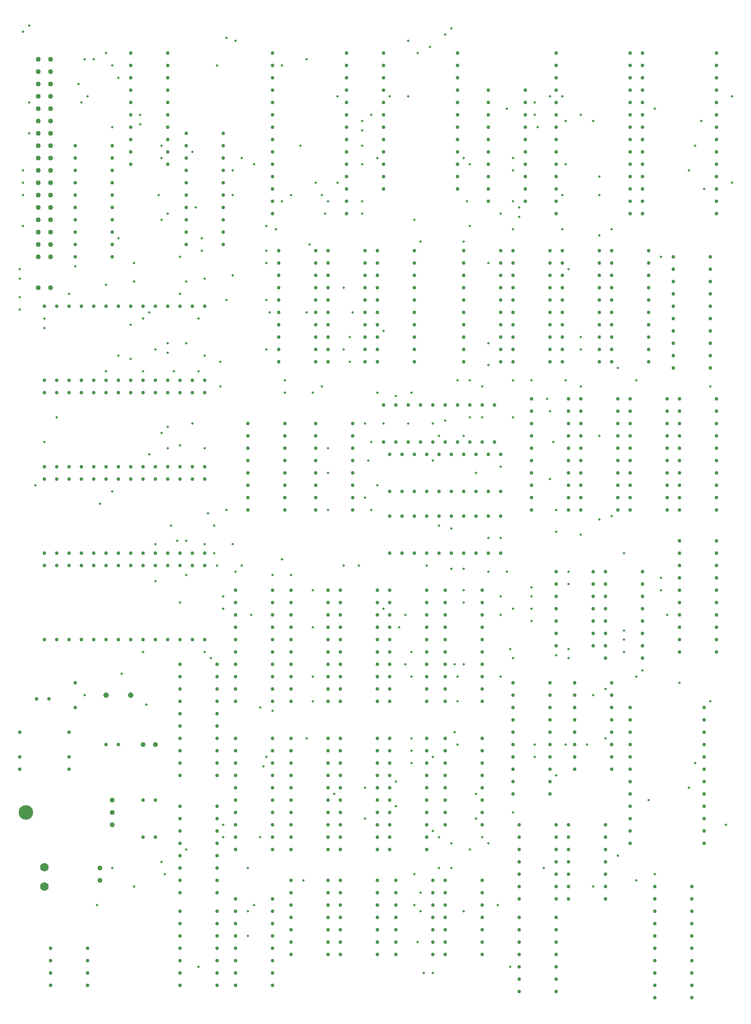
<source format=gbr>
G04 PROTEUS GERBER X2 FILE*
%TF.GenerationSoftware,Labcenter,Proteus,8.6-SP1-Build23413*%
%TF.CreationDate,2017-02-04T10:42:02+00:00*%
%TF.FileFunction,Plated,1,4,PTH*%
%TF.FilePolarity,Positive*%
%TF.Part,Single*%
%FSLAX45Y45*%
%MOMM*%
G01*
%TA.AperFunction,ViaDrill*%
%ADD49C,0.508000*%
%TA.AperFunction,ComponentDrill*%
%ADD50C,1.778000*%
%ADD51C,1.016000*%
%TA.AperFunction,MechanicalDrill*%
%ADD52C,3.000000*%
%TA.AperFunction,ComponentDrill*%
%ADD53C,0.762000*%
%ADD54C,1.143000*%
%TD.AperFunction*%
D49*
X+8128000Y-5969000D03*
X+4699000Y-5842000D03*
X+11684000Y-5461000D03*
X+9525000Y+1714500D03*
X+2667000Y+1587500D03*
X+4254500Y+7112000D03*
X+8890000Y+4953000D03*
X+4000500Y+4826000D03*
X+2984500Y+1968500D03*
X+3556000Y+5143500D03*
X+3302000Y+5715000D03*
X+9525000Y+5715000D03*
X+3048000Y+5143500D03*
X+9017000Y+7810500D03*
X+9144000Y+4191000D03*
X+8636000Y+4127500D03*
X+2540000Y+6350000D03*
X+2794000Y-4953000D03*
X+10668000Y-5080000D03*
X+3302000Y-4699000D03*
X+3556000Y-7112000D03*
X+3175000Y+381000D03*
X+4318000Y+1016000D03*
X+13081000Y+635000D03*
X+2667000Y+825500D03*
X+9398000Y+4826000D03*
X+2413000Y+5143500D03*
X+2921000Y+3556000D03*
X+8509000Y+3810000D03*
X+9398000Y+4191000D03*
X+3429000Y+4064000D03*
X+7239000Y+9525000D03*
X+7366000Y+5969000D03*
X+3683000Y+5461000D03*
X+10414000Y+4953000D03*
X+4000500Y+5334000D03*
X+3619500Y+7874000D03*
X+5143500Y+8064500D03*
X+3175000Y+7493000D03*
X+7239000Y+4699000D03*
X+7112000Y+10414000D03*
X+2921000Y+4000500D03*
X+3683000Y+3556000D03*
X+6223000Y+3556000D03*
X+7366000Y+4064000D03*
X+7874000Y+4064000D03*
X+3302000Y+1651000D03*
X+3683000Y+1587500D03*
X+4254500Y+1587500D03*
X+3111500Y+1651000D03*
X+3746500Y+2222500D03*
X+3873500Y+1968500D03*
X+4127500Y+2286000D03*
X+2667000Y+5588000D03*
X+10414000Y+0D03*
X+10033000Y-3937000D03*
X+5270500Y+11430000D03*
X+10033000Y+8064500D03*
X+8001000Y+8255000D03*
X+6223000Y+8636000D03*
X+10033000Y+4953000D03*
X+5334000Y+4953000D03*
X+5270500Y+8636000D03*
X+9779000Y+8382000D03*
X+6921500Y+8382000D03*
X+10160000Y+8318500D03*
X+10414000Y+508000D03*
X+10731500Y+4572000D03*
X+9144000Y+4953000D03*
X+9144000Y+8128000D03*
X+5969000Y+9017000D03*
X+10160000Y+8509000D03*
X+9080500Y+8636000D03*
X+6921500Y+8636000D03*
X+11112500Y+10287000D03*
X+6921500Y+9398000D03*
X+10033000Y+254000D03*
X+9715500Y-5842000D03*
X+10414000Y+254000D03*
X+7683500Y-127000D03*
X+8064500Y-6604000D03*
X+8382000Y-7239000D03*
X+8191500Y-7239000D03*
X+9017000Y-5969000D03*
X+8509000Y-5080000D03*
X+8509000Y-4445000D03*
X+9398000Y-4445000D03*
X+11176000Y-571500D03*
X+4064000Y-4445000D03*
X+12192000Y-4826000D03*
X+11684000Y-1524000D03*
X+4064000Y-4191000D03*
X+5080000Y+952500D03*
X+13081000Y+889000D03*
X+7937500Y-1143000D03*
X+7937500Y-635000D03*
X+8763000Y+1079500D03*
X+4445000Y+1143000D03*
X+4889500Y-2984500D03*
X+8382000Y-2794000D03*
X+5905500Y+4699000D03*
X+5334000Y+4699000D03*
X+6096000Y+4826000D03*
X+5905500Y+635000D03*
X+6667500Y+5334000D03*
X+9017000Y+381000D03*
X+9017000Y-889000D03*
X+6159500Y+8382000D03*
X+5905500Y-127000D03*
X+6413500Y+9017000D03*
X+6540500Y+5588000D03*
X+6540500Y+1143000D03*
X+6540500Y+6858000D03*
X+4064000Y+508000D03*
X+12319000Y-190500D03*
X+12065000Y+2159000D03*
X+9779000Y+3175000D03*
X+6223000Y+3048000D03*
X+2222500Y+7366000D03*
X+6350000Y-3556000D03*
X+4953000Y-2794000D03*
X+8890000Y-2540000D03*
X+4953000Y+5588000D03*
X+2921000Y+5715000D03*
X+9969500Y-571500D03*
X+9906000Y+1016000D03*
X+11176000Y+1016000D03*
X+4953000Y+8128000D03*
X+5905500Y-1651000D03*
X+5905500Y-1143000D03*
X+2222500Y+6985000D03*
X+3302000Y+6985000D03*
X+3492500Y+8509000D03*
X+4953000Y+7366000D03*
X+5016500Y+6350000D03*
X+5778500Y+6350000D03*
X+5778500Y-2413000D03*
X+8826500Y-2286000D03*
X+11938000Y-2413000D03*
X+4699000Y+9398000D03*
X+2794000Y+9525000D03*
X+11112500Y-2540000D03*
X+4826000Y-1778000D03*
X+4064000Y+254000D03*
X+5651500Y+9779000D03*
X+3810000Y-762000D03*
X+4953000Y+6604000D03*
X+14097000Y-1651000D03*
X+5270500Y+1270000D03*
X+7048500Y+3302000D03*
X+8382000Y+4064000D03*
X+12065000Y+8064500D03*
X+11049000Y+8064500D03*
X+9906000Y+10541000D03*
X+12954000Y+10541000D03*
X+13081000Y+7493000D03*
X+10033000Y+8636000D03*
X+12192000Y+5207000D03*
X+11430000Y+5588000D03*
X+11176000Y+7239000D03*
X+11684000Y+10287000D03*
X+13906500Y+10287000D03*
X+11811000Y+9144000D03*
X+13779500Y+9779000D03*
X+13779500Y-2921000D03*
X+7620000Y-3302000D03*
X+9144000Y+9398000D03*
X+10541000Y+10160000D03*
X+11430000Y+5842000D03*
X+11430000Y+10414000D03*
X+10033000Y+9525000D03*
X+10033000Y+9271000D03*
X+10033000Y+4191000D03*
X+6096000Y+8763000D03*
X+11049000Y+8763000D03*
X+12827000Y-3683000D03*
X+6985000Y-3429000D03*
X+6985000Y-4064000D03*
X+7620000Y-3810000D03*
X+10922000Y-3175000D03*
X+10795000Y+4318000D03*
X+5715000Y-5334000D03*
X+2857500Y-5207000D03*
X+4254500Y+9271000D03*
X+2794000Y+3873500D03*
X+3683000Y-635000D03*
X+2413000Y-635000D03*
X+2540000Y+3429000D03*
X+2794000Y+9779000D03*
X+3556000Y+6223000D03*
X+2159000Y+5397500D03*
X+2222500Y-5461000D03*
X+4572000Y-5080000D03*
X+1778000Y-5080000D03*
X+1905000Y+5461000D03*
X+1460500Y-5842000D03*
X+1968500Y-1079500D03*
X+1270000Y+10795000D03*
X+6858000Y+1143000D03*
X+7937500Y-2667000D03*
X+4572000Y-6477000D03*
X+4572000Y-5969000D03*
X+635000Y+4191000D03*
X+7937500Y-2413000D03*
X+8763000Y-4572000D03*
X+8763000Y-5080000D03*
X+8001000Y-5207000D03*
X+8001000Y-5842000D03*
X+7937500Y-2921000D03*
X+9779000Y+127000D03*
X+9779000Y+508000D03*
X+10795000Y+2921000D03*
X+1206500Y+11557000D03*
X+9017000Y+635000D03*
X+10414000Y+698500D03*
X+4635500Y+127000D03*
X+10858500Y+3683000D03*
X+12954000Y-5207000D03*
X+8382000Y+3302000D03*
X+12573000Y-1143000D03*
X+12319000Y+1397000D03*
X+13208000Y+127000D03*
X+11811000Y+3810000D03*
X+5842000Y+7747000D03*
X+11811000Y+8763000D03*
X+8128000Y+7810500D03*
X+7366000Y+254000D03*
X+7112000Y+3683000D03*
X+12573000Y+4953000D03*
X+190500Y+2794000D03*
X+4318000Y+11938000D03*
X+63500Y+12255500D03*
X-63500Y+9017000D03*
X+3683000Y+7048500D03*
X-63500Y+8128000D03*
X-63500Y+8763000D03*
X+381000Y+6223000D03*
X+4127500Y+6604000D03*
X+2413000Y+6223000D03*
X-127000Y+6413500D03*
X-127000Y+6667500D03*
X+3175000Y+6731000D03*
X-127000Y+7239000D03*
X-127000Y+7048500D03*
X+2349500Y+10414000D03*
X+63500Y+10668000D03*
X+63500Y+10033000D03*
X+1016000Y+7302500D03*
X+4127500Y+12001500D03*
X-63500Y+12128500D03*
X-63500Y+9271000D03*
X+3429000Y+9652000D03*
X+14097000Y+4826000D03*
X+1651000Y+11684000D03*
X+8763000Y+12192000D03*
X+8636000Y+12065000D03*
X+8318500Y+11811000D03*
X+8064500Y+11684000D03*
X+7874000Y+10795000D03*
X+6921500Y+10287000D03*
X+6921500Y+9779000D03*
X+2921000Y+8382000D03*
X+2794000Y+8255000D03*
X+2476500Y-1714500D03*
X+2730500Y+8763000D03*
X+2921000Y+5524500D03*
X+11112500Y+9398000D03*
X+11557000Y-2540000D03*
X+1905000Y+7874000D03*
X+1651000Y+6921500D03*
X+10033000Y-762000D03*
X+11176000Y-762000D03*
X+9969500Y-7112000D03*
X+10795000Y+10795000D03*
X+9525000Y+7366000D03*
X+10922000Y-698500D03*
X+9271000Y-3556000D03*
X+4445000Y+9525000D03*
X+9017000Y+9525000D03*
X+11811000Y+2095500D03*
X+8509000Y+1968500D03*
X+8382000Y-4318000D03*
X+14414500Y-4191000D03*
X+11430000Y+1778000D03*
X+9779000Y+1714500D03*
X+4826000Y-4445000D03*
X+9525000Y-4572000D03*
X+1079500Y+11049000D03*
X+1905000Y+11176000D03*
X+1143000Y+10668000D03*
X+6413500Y+10795000D03*
X+1778000Y+10160000D03*
X+1524000Y+2413000D03*
X+6731000Y+6350000D03*
X+2159000Y+6096000D03*
X+2349500Y+10223500D03*
X+1778000Y+2667000D03*
X+1397000Y+11557000D03*
X+3937000Y+11430000D03*
X+8128000Y-5588000D03*
X+9144000Y-4699000D03*
X+13652500Y-3429000D03*
X+11176000Y+762000D03*
X+10922000Y+1841500D03*
X+8763000Y+1905000D03*
X+7874000Y+11938000D03*
X+7620000Y+4635500D03*
X+8255000Y+1143000D03*
X+8890000Y-1651000D03*
X+8826500Y-889000D03*
X+7937500Y+4699000D03*
X+11938000Y-1397000D03*
X+10922000Y+2286000D03*
X+10477500Y+10414000D03*
X+10477500Y+10668000D03*
X+7493000Y+10795000D03*
X+8890000Y-1143000D03*
X+12700000Y-1016000D03*
X+13652500Y+9271000D03*
X+6921500Y+10096500D03*
X+12319000Y-381000D03*
X+14541500Y+9017000D03*
X+9017000Y+1079500D03*
X+7810500Y-889000D03*
X+3302000Y+952500D03*
X+381000Y+3683000D03*
X+3175000Y+3619500D03*
X+889000Y+6731000D03*
X+10477500Y-2794000D03*
X+10477500Y-2540000D03*
X+9525000Y+1016000D03*
X+5461000Y+8763000D03*
X+5461000Y+952500D03*
X+12319000Y-635000D03*
X+5080000Y-1841500D03*
X+9017000Y+3810000D03*
X+6667500Y+5842000D03*
X+3619500Y+7620000D03*
X+4953000Y+7620000D03*
X+11811000Y+7937500D03*
X+11430000Y+4826000D03*
X+11112500Y+4953000D03*
X+1651000Y+5143500D03*
X+4254500Y+8763000D03*
X+3873500Y+1397000D03*
X+3937000Y+1143000D03*
X+5778500Y+11557000D03*
X+1778000Y+11430000D03*
X+6223000Y+2286000D03*
X+7810500Y+127000D03*
X+6985000Y+2540000D03*
X+7112000Y+2286000D03*
X+9271000Y+3048000D03*
X+7239000Y+2794000D03*
X+381000Y+6032500D03*
X+6985000Y+4064000D03*
X+9525000Y+5270500D03*
X+13462000Y-1270000D03*
X+1206500Y-1524000D03*
X+9271000Y-4064000D03*
X+9779000Y-1143000D03*
X+14541500Y+10795000D03*
X+11049000Y+10795000D03*
X+12573000Y-5334000D03*
X+13970000Y+8890000D03*
D50*
X+381000Y-5461000D03*
X+381000Y-5064760D03*
D51*
X+1524000Y-5334000D03*
X+1524000Y-5080000D03*
X+1778000Y-4191000D03*
X+1778000Y-3937000D03*
X+1778000Y-3683000D03*
D52*
X+0Y-3937000D03*
D53*
X-127000Y-3048000D03*
X+889000Y-3048000D03*
X-127000Y-2794000D03*
X+889000Y-2794000D03*
X-127000Y-2286000D03*
X+889000Y-2286000D03*
X+1651000Y-2540000D03*
X+1905000Y-2540000D03*
D54*
X+1651000Y-1524000D03*
X+2159000Y-1524000D03*
D53*
X+1016000Y-1270000D03*
X+1016000Y-1778000D03*
X+218000Y-1595000D03*
X+472000Y-1595000D03*
X+2667000Y-3683000D03*
X+2667000Y-4445000D03*
X+2413000Y-3683000D03*
X+2413000Y-4445000D03*
D51*
X+2413000Y-2540000D03*
X+2667000Y-2540000D03*
X+254000Y+11557000D03*
X+254000Y+11303000D03*
X+254000Y+11049000D03*
X+254000Y+10795000D03*
X+254000Y+10541000D03*
X+254000Y+10287000D03*
X+254000Y+10033000D03*
X+254000Y+9779000D03*
X+254000Y+9525000D03*
X+254000Y+9271000D03*
X+254000Y+9017000D03*
X+254000Y+8763000D03*
X+254000Y+8509000D03*
X+508000Y+8509000D03*
X+508000Y+8763000D03*
X+508000Y+9017000D03*
X+508000Y+9271000D03*
X+508000Y+9525000D03*
X+508000Y+9779000D03*
X+508000Y+10033000D03*
X+508000Y+10287000D03*
X+508000Y+10541000D03*
X+508000Y+10795000D03*
X+508000Y+11049000D03*
X+508000Y+11303000D03*
X+508000Y+11557000D03*
X+508000Y+8255000D03*
X+508000Y+8001000D03*
X+254000Y+8255000D03*
X+254000Y+8001000D03*
X+508000Y+7747000D03*
X+254000Y+7747000D03*
X+254000Y+7493000D03*
X+508000Y+7493000D03*
D53*
X+381000Y+4953000D03*
X+635000Y+4953000D03*
X+889000Y+4953000D03*
X+1143000Y+4953000D03*
X+1397000Y+4953000D03*
X+1651000Y+4953000D03*
X+1905000Y+4953000D03*
X+2159000Y+4953000D03*
X+2413000Y+4953000D03*
X+2667000Y+4953000D03*
X+2921000Y+4953000D03*
X+3175000Y+4953000D03*
X+3429000Y+4953000D03*
X+3683000Y+4953000D03*
X+3683000Y+6477000D03*
X+3429000Y+6477000D03*
X+3175000Y+6477000D03*
X+2921000Y+6477000D03*
X+2667000Y+6477000D03*
X+2413000Y+6477000D03*
X+2159000Y+6477000D03*
X+1905000Y+6477000D03*
X+1651000Y+6477000D03*
X+1397000Y+6477000D03*
X+1143000Y+6477000D03*
X+889000Y+6477000D03*
X+635000Y+6477000D03*
X+381000Y+6477000D03*
X+381000Y+3175000D03*
X+635000Y+3175000D03*
X+889000Y+3175000D03*
X+1143000Y+3175000D03*
X+1397000Y+3175000D03*
X+1651000Y+3175000D03*
X+1905000Y+3175000D03*
X+2159000Y+3175000D03*
X+2413000Y+3175000D03*
X+2667000Y+3175000D03*
X+2921000Y+3175000D03*
X+3175000Y+3175000D03*
X+3429000Y+3175000D03*
X+3683000Y+3175000D03*
X+3683000Y+4699000D03*
X+3429000Y+4699000D03*
X+3175000Y+4699000D03*
X+2921000Y+4699000D03*
X+2667000Y+4699000D03*
X+2413000Y+4699000D03*
X+2159000Y+4699000D03*
X+1905000Y+4699000D03*
X+1651000Y+4699000D03*
X+1397000Y+4699000D03*
X+1143000Y+4699000D03*
X+889000Y+4699000D03*
X+635000Y+4699000D03*
X+381000Y+4699000D03*
X+381000Y+1397000D03*
X+635000Y+1397000D03*
X+889000Y+1397000D03*
X+1143000Y+1397000D03*
X+1397000Y+1397000D03*
X+1651000Y+1397000D03*
X+1905000Y+1397000D03*
X+2159000Y+1397000D03*
X+2413000Y+1397000D03*
X+2667000Y+1397000D03*
X+2921000Y+1397000D03*
X+3175000Y+1397000D03*
X+3429000Y+1397000D03*
X+3683000Y+1397000D03*
X+3683000Y+2921000D03*
X+3429000Y+2921000D03*
X+3175000Y+2921000D03*
X+2921000Y+2921000D03*
X+2667000Y+2921000D03*
X+2413000Y+2921000D03*
X+2159000Y+2921000D03*
X+1905000Y+2921000D03*
X+1651000Y+2921000D03*
X+1397000Y+2921000D03*
X+1143000Y+2921000D03*
X+889000Y+2921000D03*
X+635000Y+2921000D03*
X+381000Y+2921000D03*
X+381000Y-381000D03*
X+635000Y-381000D03*
X+889000Y-381000D03*
X+1143000Y-381000D03*
X+1397000Y-381000D03*
X+1651000Y-381000D03*
X+1905000Y-381000D03*
X+2159000Y-381000D03*
X+2413000Y-381000D03*
X+2667000Y-381000D03*
X+2921000Y-381000D03*
X+3175000Y-381000D03*
X+3429000Y-381000D03*
X+3683000Y-381000D03*
X+3683000Y+1143000D03*
X+3429000Y+1143000D03*
X+3175000Y+1143000D03*
X+2921000Y+1143000D03*
X+2667000Y+1143000D03*
X+2413000Y+1143000D03*
X+2159000Y+1143000D03*
X+1905000Y+1143000D03*
X+1651000Y+1143000D03*
X+1397000Y+1143000D03*
X+1143000Y+1143000D03*
X+889000Y+1143000D03*
X+635000Y+1143000D03*
X+381000Y+1143000D03*
X+5080000Y+11684000D03*
X+5080000Y+11430000D03*
X+5080000Y+11176000D03*
X+5080000Y+10922000D03*
X+5080000Y+10668000D03*
X+5080000Y+10414000D03*
X+5080000Y+10160000D03*
X+5080000Y+9906000D03*
X+5080000Y+9652000D03*
X+5080000Y+9398000D03*
X+5080000Y+9144000D03*
X+5080000Y+8890000D03*
X+5080000Y+8636000D03*
X+5080000Y+8382000D03*
X+6604000Y+8382000D03*
X+6604000Y+8636000D03*
X+6604000Y+8890000D03*
X+6604000Y+9144000D03*
X+6604000Y+9398000D03*
X+6604000Y+9652000D03*
X+6604000Y+9906000D03*
X+6604000Y+10160000D03*
X+6604000Y+10414000D03*
X+6604000Y+10668000D03*
X+6604000Y+10922000D03*
X+6604000Y+11176000D03*
X+6604000Y+11430000D03*
X+6604000Y+11684000D03*
X+7366000Y+11684000D03*
X+7366000Y+11430000D03*
X+7366000Y+11176000D03*
X+7366000Y+10922000D03*
X+7366000Y+10668000D03*
X+7366000Y+10414000D03*
X+7366000Y+10160000D03*
X+7366000Y+9906000D03*
X+7366000Y+9652000D03*
X+7366000Y+9398000D03*
X+7366000Y+9144000D03*
X+7366000Y+8890000D03*
X+8890000Y+8890000D03*
X+8890000Y+9144000D03*
X+8890000Y+9398000D03*
X+8890000Y+9652000D03*
X+8890000Y+9906000D03*
X+8890000Y+10160000D03*
X+8890000Y+10414000D03*
X+8890000Y+10668000D03*
X+8890000Y+10922000D03*
X+8890000Y+11176000D03*
X+8890000Y+11430000D03*
X+8890000Y+11684000D03*
X+12446000Y+8382000D03*
X+12446000Y+8636000D03*
X+12446000Y+8890000D03*
X+12446000Y+9144000D03*
X+12446000Y+9398000D03*
X+12446000Y+9652000D03*
X+12446000Y+9906000D03*
X+12446000Y+10160000D03*
X+12446000Y+10414000D03*
X+12446000Y+10668000D03*
X+12446000Y+10922000D03*
X+12446000Y+11176000D03*
X+12446000Y+11430000D03*
X+12446000Y+11684000D03*
X+10922000Y+11684000D03*
X+10922000Y+11430000D03*
X+10922000Y+11176000D03*
X+10922000Y+10922000D03*
X+10922000Y+10668000D03*
X+10922000Y+10414000D03*
X+10922000Y+10160000D03*
X+10922000Y+9906000D03*
X+10922000Y+9652000D03*
X+10922000Y+9398000D03*
X+10922000Y+9144000D03*
X+10922000Y+8890000D03*
X+10922000Y+8636000D03*
X+10922000Y+8382000D03*
X+12700000Y+11684000D03*
X+12700000Y+11430000D03*
X+12700000Y+11176000D03*
X+12700000Y+10922000D03*
X+12700000Y+10668000D03*
X+12700000Y+10414000D03*
X+12700000Y+10160000D03*
X+12700000Y+9906000D03*
X+12700000Y+9652000D03*
X+12700000Y+9398000D03*
X+12700000Y+9144000D03*
X+12700000Y+8890000D03*
X+12700000Y+8636000D03*
X+12700000Y+8382000D03*
X+14224000Y+8382000D03*
X+14224000Y+8636000D03*
X+14224000Y+8890000D03*
X+14224000Y+9144000D03*
X+14224000Y+9398000D03*
X+14224000Y+9652000D03*
X+14224000Y+9906000D03*
X+14224000Y+10160000D03*
X+14224000Y+10414000D03*
X+14224000Y+10668000D03*
X+14224000Y+10922000D03*
X+14224000Y+11176000D03*
X+14224000Y+11430000D03*
X+14224000Y+11684000D03*
X+1016000Y+9779000D03*
X+1016000Y+9525000D03*
X+1016000Y+9271000D03*
X+1016000Y+9017000D03*
X+1016000Y+8763000D03*
X+1016000Y+8509000D03*
X+1016000Y+8255000D03*
X+1016000Y+8001000D03*
X+1016000Y+7747000D03*
X+1016000Y+7493000D03*
X+1778000Y+7493000D03*
X+1778000Y+7747000D03*
X+1778000Y+8001000D03*
X+1778000Y+8255000D03*
X+1778000Y+8509000D03*
X+1778000Y+8763000D03*
X+1778000Y+9017000D03*
X+1778000Y+9271000D03*
X+1778000Y+9525000D03*
X+1778000Y+9779000D03*
X+2159000Y+11684000D03*
X+2159000Y+11430000D03*
X+2159000Y+11176000D03*
X+2159000Y+10922000D03*
X+2159000Y+10668000D03*
X+2159000Y+10414000D03*
X+2159000Y+10160000D03*
X+2159000Y+9906000D03*
X+2159000Y+9652000D03*
X+2159000Y+9398000D03*
X+2921000Y+9398000D03*
X+2921000Y+9652000D03*
X+2921000Y+9906000D03*
X+2921000Y+10160000D03*
X+2921000Y+10414000D03*
X+2921000Y+10668000D03*
X+2921000Y+10922000D03*
X+2921000Y+11176000D03*
X+2921000Y+11430000D03*
X+2921000Y+11684000D03*
X+3937000Y-3175000D03*
X+3937000Y-2921000D03*
X+3937000Y-2667000D03*
X+3937000Y-2413000D03*
X+3937000Y-2159000D03*
X+3937000Y-1905000D03*
X+3937000Y-1651000D03*
X+3937000Y-1397000D03*
X+3937000Y-1143000D03*
X+3937000Y-889000D03*
X+3175000Y-889000D03*
X+3175000Y-1143000D03*
X+3175000Y-1397000D03*
X+3175000Y-1651000D03*
X+3175000Y-1905000D03*
X+3175000Y-2159000D03*
X+3175000Y-2413000D03*
X+3175000Y-2667000D03*
X+3175000Y-2921000D03*
X+3175000Y-3175000D03*
X+3302000Y+10033000D03*
X+3302000Y+9779000D03*
X+3302000Y+9525000D03*
X+3302000Y+9271000D03*
X+3302000Y+9017000D03*
X+3302000Y+8763000D03*
X+3302000Y+8509000D03*
X+3302000Y+8255000D03*
X+3302000Y+8001000D03*
X+3302000Y+7747000D03*
X+4064000Y+7747000D03*
X+4064000Y+8001000D03*
X+4064000Y+8255000D03*
X+4064000Y+8509000D03*
X+4064000Y+8763000D03*
X+4064000Y+9017000D03*
X+4064000Y+9271000D03*
X+4064000Y+9525000D03*
X+4064000Y+9779000D03*
X+4064000Y+10033000D03*
X+5207000Y+7620000D03*
X+5207000Y+7366000D03*
X+5207000Y+7112000D03*
X+5207000Y+6858000D03*
X+5207000Y+6604000D03*
X+5207000Y+6350000D03*
X+5207000Y+6096000D03*
X+5207000Y+5842000D03*
X+5207000Y+5588000D03*
X+5207000Y+5334000D03*
X+5969000Y+5334000D03*
X+5969000Y+5588000D03*
X+5969000Y+5842000D03*
X+5969000Y+6096000D03*
X+5969000Y+6350000D03*
X+5969000Y+6604000D03*
X+5969000Y+6858000D03*
X+5969000Y+7112000D03*
X+5969000Y+7366000D03*
X+5969000Y+7620000D03*
X+6223000Y+7620000D03*
X+6223000Y+7366000D03*
X+6223000Y+7112000D03*
X+6223000Y+6858000D03*
X+6223000Y+6604000D03*
X+6223000Y+6350000D03*
X+6223000Y+6096000D03*
X+6223000Y+5842000D03*
X+6223000Y+5588000D03*
X+6223000Y+5334000D03*
X+6985000Y+5334000D03*
X+6985000Y+5588000D03*
X+6985000Y+5842000D03*
X+6985000Y+6096000D03*
X+6985000Y+6350000D03*
X+6985000Y+6604000D03*
X+6985000Y+6858000D03*
X+6985000Y+7112000D03*
X+6985000Y+7366000D03*
X+6985000Y+7620000D03*
X+7239000Y+7620000D03*
X+7239000Y+7366000D03*
X+7239000Y+7112000D03*
X+7239000Y+6858000D03*
X+7239000Y+6604000D03*
X+7239000Y+6350000D03*
X+7239000Y+6096000D03*
X+7239000Y+5842000D03*
X+7239000Y+5588000D03*
X+7239000Y+5334000D03*
X+8001000Y+5334000D03*
X+8001000Y+5588000D03*
X+8001000Y+5842000D03*
X+8001000Y+6096000D03*
X+8001000Y+6350000D03*
X+8001000Y+6604000D03*
X+8001000Y+6858000D03*
X+8001000Y+7112000D03*
X+8001000Y+7366000D03*
X+8001000Y+7620000D03*
X+9652000Y+4445000D03*
X+9398000Y+4445000D03*
X+9144000Y+4445000D03*
X+8890000Y+4445000D03*
X+8636000Y+4445000D03*
X+8382000Y+4445000D03*
X+8128000Y+4445000D03*
X+7874000Y+4445000D03*
X+7620000Y+4445000D03*
X+7366000Y+4445000D03*
X+7366000Y+3683000D03*
X+7620000Y+3683000D03*
X+7874000Y+3683000D03*
X+8128000Y+3683000D03*
X+8382000Y+3683000D03*
X+8636000Y+3683000D03*
X+8890000Y+3683000D03*
X+9144000Y+3683000D03*
X+9398000Y+3683000D03*
X+9652000Y+3683000D03*
X+4318000Y+635000D03*
X+4318000Y+381000D03*
X+4318000Y+127000D03*
X+4318000Y-127000D03*
X+4318000Y-381000D03*
X+4318000Y-635000D03*
X+4318000Y-889000D03*
X+4318000Y-1143000D03*
X+4318000Y-1397000D03*
X+4318000Y-1651000D03*
X+5080000Y-1651000D03*
X+5080000Y-1397000D03*
X+5080000Y-1143000D03*
X+5080000Y-889000D03*
X+5080000Y-635000D03*
X+5080000Y-381000D03*
X+5080000Y-127000D03*
X+5080000Y+127000D03*
X+5080000Y+381000D03*
X+5080000Y+635000D03*
X+5461000Y+635000D03*
X+5461000Y+381000D03*
X+5461000Y+127000D03*
X+5461000Y-127000D03*
X+5461000Y-381000D03*
X+5461000Y-635000D03*
X+5461000Y-889000D03*
X+5461000Y-1143000D03*
X+5461000Y-1397000D03*
X+5461000Y-1651000D03*
X+6223000Y-1651000D03*
X+6223000Y-1397000D03*
X+6223000Y-1143000D03*
X+6223000Y-889000D03*
X+6223000Y-635000D03*
X+6223000Y-381000D03*
X+6223000Y-127000D03*
X+6223000Y+127000D03*
X+6223000Y+381000D03*
X+6223000Y+635000D03*
X+6477000Y+635000D03*
X+6477000Y+381000D03*
X+6477000Y+127000D03*
X+6477000Y-127000D03*
X+6477000Y-381000D03*
X+6477000Y-635000D03*
X+6477000Y-889000D03*
X+6477000Y-1143000D03*
X+6477000Y-1397000D03*
X+6477000Y-1651000D03*
X+7239000Y-1651000D03*
X+7239000Y-1397000D03*
X+7239000Y-1143000D03*
X+7239000Y-889000D03*
X+7239000Y-635000D03*
X+7239000Y-381000D03*
X+7239000Y-127000D03*
X+7239000Y+127000D03*
X+7239000Y+381000D03*
X+7239000Y+635000D03*
X+7493000Y+2667000D03*
X+7747000Y+2667000D03*
X+8001000Y+2667000D03*
X+8255000Y+2667000D03*
X+8509000Y+2667000D03*
X+8763000Y+2667000D03*
X+9017000Y+2667000D03*
X+9271000Y+2667000D03*
X+9525000Y+2667000D03*
X+9779000Y+2667000D03*
X+9779000Y+3429000D03*
X+9525000Y+3429000D03*
X+9271000Y+3429000D03*
X+9017000Y+3429000D03*
X+8763000Y+3429000D03*
X+8509000Y+3429000D03*
X+8255000Y+3429000D03*
X+8001000Y+3429000D03*
X+7747000Y+3429000D03*
X+7493000Y+3429000D03*
X+7493000Y+1397000D03*
X+7747000Y+1397000D03*
X+8001000Y+1397000D03*
X+8255000Y+1397000D03*
X+8509000Y+1397000D03*
X+8763000Y+1397000D03*
X+9017000Y+1397000D03*
X+9271000Y+1397000D03*
X+9525000Y+1397000D03*
X+9779000Y+1397000D03*
X+9779000Y+2159000D03*
X+9525000Y+2159000D03*
X+9271000Y+2159000D03*
X+9017000Y+2159000D03*
X+8763000Y+2159000D03*
X+8509000Y+2159000D03*
X+8255000Y+2159000D03*
X+8001000Y+2159000D03*
X+7747000Y+2159000D03*
X+7493000Y+2159000D03*
X+9525000Y+10922000D03*
X+9525000Y+10668000D03*
X+9525000Y+10414000D03*
X+9525000Y+10160000D03*
X+9525000Y+9906000D03*
X+9525000Y+9652000D03*
X+9525000Y+9398000D03*
X+9525000Y+9144000D03*
X+9525000Y+8890000D03*
X+9525000Y+8636000D03*
X+10287000Y+8636000D03*
X+10287000Y+8890000D03*
X+10287000Y+9144000D03*
X+10287000Y+9398000D03*
X+10287000Y+9652000D03*
X+10287000Y+9906000D03*
X+10287000Y+10160000D03*
X+10287000Y+10414000D03*
X+10287000Y+10668000D03*
X+10287000Y+10922000D03*
X+9017000Y+7620000D03*
X+9017000Y+7366000D03*
X+9017000Y+7112000D03*
X+9017000Y+6858000D03*
X+9017000Y+6604000D03*
X+9017000Y+6350000D03*
X+9017000Y+6096000D03*
X+9017000Y+5842000D03*
X+9017000Y+5588000D03*
X+9017000Y+5334000D03*
X+9779000Y+5334000D03*
X+9779000Y+5588000D03*
X+9779000Y+5842000D03*
X+9779000Y+6096000D03*
X+9779000Y+6350000D03*
X+9779000Y+6604000D03*
X+9779000Y+6858000D03*
X+9779000Y+7112000D03*
X+9779000Y+7366000D03*
X+9779000Y+7620000D03*
X+10795000Y+5334000D03*
X+10795000Y+5588000D03*
X+10795000Y+5842000D03*
X+10795000Y+6096000D03*
X+10795000Y+6350000D03*
X+10795000Y+6604000D03*
X+10795000Y+6858000D03*
X+10795000Y+7112000D03*
X+10795000Y+7366000D03*
X+10795000Y+7620000D03*
X+10033000Y+7620000D03*
X+10033000Y+7366000D03*
X+10033000Y+7112000D03*
X+10033000Y+6858000D03*
X+10033000Y+6604000D03*
X+10033000Y+6350000D03*
X+10033000Y+6096000D03*
X+10033000Y+5842000D03*
X+10033000Y+5588000D03*
X+10033000Y+5334000D03*
X+11049000Y+7620000D03*
X+11049000Y+7366000D03*
X+11049000Y+7112000D03*
X+11049000Y+6858000D03*
X+11049000Y+6604000D03*
X+11049000Y+6350000D03*
X+11049000Y+6096000D03*
X+11049000Y+5842000D03*
X+11049000Y+5588000D03*
X+11049000Y+5334000D03*
X+11811000Y+5334000D03*
X+11811000Y+5588000D03*
X+11811000Y+5842000D03*
X+11811000Y+6096000D03*
X+11811000Y+6350000D03*
X+11811000Y+6604000D03*
X+11811000Y+6858000D03*
X+11811000Y+7112000D03*
X+11811000Y+7366000D03*
X+11811000Y+7620000D03*
X+12065000Y+7620000D03*
X+12065000Y+7366000D03*
X+12065000Y+7112000D03*
X+12065000Y+6858000D03*
X+12065000Y+6604000D03*
X+12065000Y+6350000D03*
X+12065000Y+6096000D03*
X+12065000Y+5842000D03*
X+12065000Y+5588000D03*
X+12065000Y+5334000D03*
X+12827000Y+5334000D03*
X+12827000Y+5588000D03*
X+12827000Y+5842000D03*
X+12827000Y+6096000D03*
X+12827000Y+6350000D03*
X+12827000Y+6604000D03*
X+12827000Y+6858000D03*
X+12827000Y+7112000D03*
X+12827000Y+7366000D03*
X+12827000Y+7620000D03*
X+7493000Y+635000D03*
X+7493000Y+381000D03*
X+7493000Y+127000D03*
X+7493000Y-127000D03*
X+7493000Y-381000D03*
X+7493000Y-635000D03*
X+7493000Y-889000D03*
X+7493000Y-1143000D03*
X+7493000Y-1397000D03*
X+7493000Y-1651000D03*
X+8255000Y-1651000D03*
X+8255000Y-1397000D03*
X+8255000Y-1143000D03*
X+8255000Y-889000D03*
X+8255000Y-635000D03*
X+8255000Y-381000D03*
X+8255000Y-127000D03*
X+8255000Y+127000D03*
X+8255000Y+381000D03*
X+8255000Y+635000D03*
X+13335000Y+7493000D03*
X+13335000Y+7239000D03*
X+13335000Y+6985000D03*
X+13335000Y+6731000D03*
X+13335000Y+6477000D03*
X+13335000Y+6223000D03*
X+13335000Y+5969000D03*
X+13335000Y+5715000D03*
X+13335000Y+5461000D03*
X+13335000Y+5207000D03*
X+14097000Y+5207000D03*
X+14097000Y+5461000D03*
X+14097000Y+5715000D03*
X+14097000Y+5969000D03*
X+14097000Y+6223000D03*
X+14097000Y+6477000D03*
X+14097000Y+6731000D03*
X+14097000Y+6985000D03*
X+14097000Y+7239000D03*
X+14097000Y+7493000D03*
X+10414000Y+4572000D03*
X+10414000Y+4318000D03*
X+10414000Y+4064000D03*
X+10414000Y+3810000D03*
X+10414000Y+3556000D03*
X+10414000Y+3302000D03*
X+10414000Y+3048000D03*
X+10414000Y+2794000D03*
X+10414000Y+2540000D03*
X+10414000Y+2286000D03*
X+11176000Y+2286000D03*
X+11176000Y+2540000D03*
X+11176000Y+2794000D03*
X+11176000Y+3048000D03*
X+11176000Y+3302000D03*
X+11176000Y+3556000D03*
X+11176000Y+3810000D03*
X+11176000Y+4064000D03*
X+11176000Y+4318000D03*
X+11176000Y+4572000D03*
X+8636000Y+635000D03*
X+8636000Y+381000D03*
X+8636000Y+127000D03*
X+8636000Y-127000D03*
X+8636000Y-381000D03*
X+8636000Y-635000D03*
X+8636000Y-889000D03*
X+8636000Y-1143000D03*
X+8636000Y-1397000D03*
X+8636000Y-1651000D03*
X+9398000Y-1651000D03*
X+9398000Y-1397000D03*
X+9398000Y-1143000D03*
X+9398000Y-889000D03*
X+9398000Y-635000D03*
X+9398000Y-381000D03*
X+9398000Y-127000D03*
X+9398000Y+127000D03*
X+9398000Y+381000D03*
X+9398000Y+635000D03*
X+11430000Y+4572000D03*
X+11430000Y+4318000D03*
X+11430000Y+4064000D03*
X+11430000Y+3810000D03*
X+11430000Y+3556000D03*
X+11430000Y+3302000D03*
X+11430000Y+3048000D03*
X+11430000Y+2794000D03*
X+11430000Y+2540000D03*
X+11430000Y+2286000D03*
X+12192000Y+2286000D03*
X+12192000Y+2540000D03*
X+12192000Y+2794000D03*
X+12192000Y+3048000D03*
X+12192000Y+3302000D03*
X+12192000Y+3556000D03*
X+12192000Y+3810000D03*
X+12192000Y+4064000D03*
X+12192000Y+4318000D03*
X+12192000Y+4572000D03*
X+13208000Y+2286000D03*
X+13208000Y+2540000D03*
X+13208000Y+2794000D03*
X+13208000Y+3048000D03*
X+13208000Y+3302000D03*
X+13208000Y+3556000D03*
X+13208000Y+3810000D03*
X+13208000Y+4064000D03*
X+13208000Y+4318000D03*
X+13208000Y+4572000D03*
X+12446000Y+4572000D03*
X+12446000Y+4318000D03*
X+12446000Y+4064000D03*
X+12446000Y+3810000D03*
X+12446000Y+3556000D03*
X+12446000Y+3302000D03*
X+12446000Y+3048000D03*
X+12446000Y+2794000D03*
X+12446000Y+2540000D03*
X+12446000Y+2286000D03*
X+14224000Y+2286000D03*
X+14224000Y+2540000D03*
X+14224000Y+2794000D03*
X+14224000Y+3048000D03*
X+14224000Y+3302000D03*
X+14224000Y+3556000D03*
X+14224000Y+3810000D03*
X+14224000Y+4064000D03*
X+14224000Y+4318000D03*
X+14224000Y+4572000D03*
X+13462000Y+4572000D03*
X+13462000Y+4318000D03*
X+13462000Y+4064000D03*
X+13462000Y+3810000D03*
X+13462000Y+3556000D03*
X+13462000Y+3302000D03*
X+13462000Y+3048000D03*
X+13462000Y+2794000D03*
X+13462000Y+2540000D03*
X+13462000Y+2286000D03*
X+14224000Y-635000D03*
X+14224000Y-381000D03*
X+14224000Y-127000D03*
X+14224000Y+127000D03*
X+14224000Y+381000D03*
X+14224000Y+635000D03*
X+14224000Y+889000D03*
X+14224000Y+1143000D03*
X+14224000Y+1397000D03*
X+14224000Y+1651000D03*
X+13462000Y+1651000D03*
X+13462000Y+1397000D03*
X+13462000Y+1143000D03*
X+13462000Y+889000D03*
X+13462000Y+635000D03*
X+13462000Y+381000D03*
X+13462000Y+127000D03*
X+13462000Y-127000D03*
X+13462000Y-381000D03*
X+13462000Y-635000D03*
X+5461000Y-2413000D03*
X+5461000Y-2667000D03*
X+5461000Y-2921000D03*
X+5461000Y-3175000D03*
X+5461000Y-3429000D03*
X+5461000Y-3683000D03*
X+5461000Y-3937000D03*
X+5461000Y-4191000D03*
X+5461000Y-4445000D03*
X+5461000Y-4699000D03*
X+6223000Y-4699000D03*
X+6223000Y-4445000D03*
X+6223000Y-4191000D03*
X+6223000Y-3937000D03*
X+6223000Y-3683000D03*
X+6223000Y-3429000D03*
X+6223000Y-3175000D03*
X+6223000Y-2921000D03*
X+6223000Y-2667000D03*
X+6223000Y-2413000D03*
X+4318000Y-2413000D03*
X+4318000Y-2667000D03*
X+4318000Y-2921000D03*
X+4318000Y-3175000D03*
X+4318000Y-3429000D03*
X+4318000Y-3683000D03*
X+4318000Y-3937000D03*
X+4318000Y-4191000D03*
X+4318000Y-4445000D03*
X+4318000Y-4699000D03*
X+5080000Y-4699000D03*
X+5080000Y-4445000D03*
X+5080000Y-4191000D03*
X+5080000Y-3937000D03*
X+5080000Y-3683000D03*
X+5080000Y-3429000D03*
X+5080000Y-3175000D03*
X+5080000Y-2921000D03*
X+5080000Y-2667000D03*
X+5080000Y-2413000D03*
X+6477000Y-2413000D03*
X+6477000Y-2667000D03*
X+6477000Y-2921000D03*
X+6477000Y-3175000D03*
X+6477000Y-3429000D03*
X+6477000Y-3683000D03*
X+6477000Y-3937000D03*
X+6477000Y-4191000D03*
X+6477000Y-4445000D03*
X+6477000Y-4699000D03*
X+7239000Y-4699000D03*
X+7239000Y-4445000D03*
X+7239000Y-4191000D03*
X+7239000Y-3937000D03*
X+7239000Y-3683000D03*
X+7239000Y-3429000D03*
X+7239000Y-3175000D03*
X+7239000Y-2921000D03*
X+7239000Y-2667000D03*
X+7239000Y-2413000D03*
X+7493000Y-2413000D03*
X+7493000Y-2667000D03*
X+7493000Y-2921000D03*
X+7493000Y-3175000D03*
X+7493000Y-3429000D03*
X+7493000Y-3683000D03*
X+7493000Y-3937000D03*
X+7493000Y-4191000D03*
X+7493000Y-4445000D03*
X+7493000Y-4699000D03*
X+8255000Y-4699000D03*
X+8255000Y-4445000D03*
X+8255000Y-4191000D03*
X+8255000Y-3937000D03*
X+8255000Y-3683000D03*
X+8255000Y-3429000D03*
X+8255000Y-3175000D03*
X+8255000Y-2921000D03*
X+8255000Y-2667000D03*
X+8255000Y-2413000D03*
X+10033000Y-1270000D03*
X+10033000Y-1524000D03*
X+10033000Y-1778000D03*
X+10033000Y-2032000D03*
X+10033000Y-2286000D03*
X+10033000Y-2540000D03*
X+10033000Y-2794000D03*
X+10033000Y-3048000D03*
X+10033000Y-3302000D03*
X+10033000Y-3556000D03*
X+10795000Y-3556000D03*
X+10795000Y-3302000D03*
X+10795000Y-3048000D03*
X+10795000Y-2794000D03*
X+10795000Y-2540000D03*
X+10795000Y-2286000D03*
X+10795000Y-2032000D03*
X+10795000Y-1778000D03*
X+10795000Y-1524000D03*
X+10795000Y-1270000D03*
X+8636000Y-2413000D03*
X+8636000Y-2667000D03*
X+8636000Y-2921000D03*
X+8636000Y-3175000D03*
X+8636000Y-3429000D03*
X+8636000Y-3683000D03*
X+8636000Y-3937000D03*
X+8636000Y-4191000D03*
X+9398000Y-4191000D03*
X+9398000Y-3937000D03*
X+9398000Y-3683000D03*
X+9398000Y-3429000D03*
X+9398000Y-3175000D03*
X+9398000Y-2921000D03*
X+9398000Y-2667000D03*
X+9398000Y-2413000D03*
X+11303000Y-1270000D03*
X+11303000Y-1524000D03*
X+11303000Y-1778000D03*
X+11303000Y-2032000D03*
X+11303000Y-2286000D03*
X+11303000Y-2540000D03*
X+11303000Y-2794000D03*
X+11303000Y-3048000D03*
X+12065000Y-3048000D03*
X+12065000Y-2794000D03*
X+12065000Y-2540000D03*
X+12065000Y-2286000D03*
X+12065000Y-2032000D03*
X+12065000Y-1778000D03*
X+12065000Y-1524000D03*
X+12065000Y-1270000D03*
X+3175000Y-3810000D03*
X+3175000Y-4064000D03*
X+3175000Y-4318000D03*
X+3175000Y-4572000D03*
X+3175000Y-4826000D03*
X+3175000Y-5080000D03*
X+3175000Y-5334000D03*
X+3175000Y-5588000D03*
X+3937000Y-5588000D03*
X+3937000Y-5334000D03*
X+3937000Y-5080000D03*
X+3937000Y-4826000D03*
X+3937000Y-4572000D03*
X+3937000Y-4318000D03*
X+3937000Y-4064000D03*
X+3937000Y-3810000D03*
X+11938000Y+1016000D03*
X+11938000Y+762000D03*
X+11938000Y+508000D03*
X+11938000Y+254000D03*
X+11938000Y+0D03*
X+11938000Y-254000D03*
X+11938000Y-508000D03*
X+11938000Y-762000D03*
X+12700000Y-762000D03*
X+12700000Y-508000D03*
X+12700000Y-254000D03*
X+12700000Y+0D03*
X+12700000Y+254000D03*
X+12700000Y+508000D03*
X+12700000Y+762000D03*
X+12700000Y+1016000D03*
X+4572000Y+4064000D03*
X+4572000Y+3810000D03*
X+4572000Y+3556000D03*
X+4572000Y+3302000D03*
X+4572000Y+3048000D03*
X+4572000Y+2794000D03*
X+4572000Y+2540000D03*
X+4572000Y+2286000D03*
X+5334000Y+2286000D03*
X+5334000Y+2540000D03*
X+5334000Y+2794000D03*
X+5334000Y+3048000D03*
X+5334000Y+3302000D03*
X+5334000Y+3556000D03*
X+5334000Y+3810000D03*
X+5334000Y+4064000D03*
X+5969000Y+4064000D03*
X+5969000Y+3810000D03*
X+5969000Y+3556000D03*
X+5969000Y+3302000D03*
X+5969000Y+3048000D03*
X+5969000Y+2794000D03*
X+5969000Y+2540000D03*
X+5969000Y+2286000D03*
X+6731000Y+2286000D03*
X+6731000Y+2540000D03*
X+6731000Y+2794000D03*
X+6731000Y+3048000D03*
X+6731000Y+3302000D03*
X+6731000Y+3556000D03*
X+6731000Y+3810000D03*
X+6731000Y+4064000D03*
X+4318000Y-5715000D03*
X+4318000Y-5969000D03*
X+4318000Y-6223000D03*
X+4318000Y-6477000D03*
X+4318000Y-6731000D03*
X+4318000Y-6985000D03*
X+4318000Y-7239000D03*
X+4318000Y-7493000D03*
X+5080000Y-7493000D03*
X+5080000Y-7239000D03*
X+5080000Y-6985000D03*
X+5080000Y-6731000D03*
X+5080000Y-6477000D03*
X+5080000Y-6223000D03*
X+5080000Y-5969000D03*
X+5080000Y-5715000D03*
X+5461000Y-5334000D03*
X+5461000Y-5588000D03*
X+5461000Y-5842000D03*
X+5461000Y-6096000D03*
X+5461000Y-6350000D03*
X+5461000Y-6604000D03*
X+5461000Y-6858000D03*
X+6223000Y-6858000D03*
X+6223000Y-6604000D03*
X+6223000Y-6350000D03*
X+6223000Y-6096000D03*
X+6223000Y-5842000D03*
X+6223000Y-5588000D03*
X+6223000Y-5334000D03*
X+10160000Y-4191000D03*
X+10160000Y-4445000D03*
X+10160000Y-4699000D03*
X+10160000Y-4953000D03*
X+10160000Y-5207000D03*
X+10160000Y-5461000D03*
X+10160000Y-5715000D03*
X+10922000Y-5715000D03*
X+10922000Y-5461000D03*
X+10922000Y-5207000D03*
X+10922000Y-4953000D03*
X+10922000Y-4699000D03*
X+10922000Y-4445000D03*
X+10922000Y-4191000D03*
X+11938000Y-5715000D03*
X+11938000Y-5461000D03*
X+11938000Y-5207000D03*
X+11938000Y-4953000D03*
X+11938000Y-4699000D03*
X+11938000Y-4445000D03*
X+11938000Y-4191000D03*
X+11176000Y-4191000D03*
X+11176000Y-4445000D03*
X+11176000Y-4699000D03*
X+11176000Y-4953000D03*
X+11176000Y-5207000D03*
X+11176000Y-5461000D03*
X+11176000Y-5715000D03*
X+8636000Y-5334000D03*
X+8636000Y-5588000D03*
X+8636000Y-5842000D03*
X+8636000Y-6096000D03*
X+8636000Y-6350000D03*
X+8636000Y-6604000D03*
X+8636000Y-6858000D03*
X+9398000Y-6858000D03*
X+9398000Y-6604000D03*
X+9398000Y-6350000D03*
X+9398000Y-6096000D03*
X+9398000Y-5842000D03*
X+9398000Y-5588000D03*
X+9398000Y-5334000D03*
X+7620000Y-5334000D03*
X+7620000Y-5588000D03*
X+7620000Y-5842000D03*
X+7620000Y-6096000D03*
X+7620000Y-6350000D03*
X+7620000Y-6604000D03*
X+7620000Y-6858000D03*
X+8382000Y-6858000D03*
X+8382000Y-6604000D03*
X+8382000Y-6350000D03*
X+8382000Y-6096000D03*
X+8382000Y-5842000D03*
X+8382000Y-5588000D03*
X+8382000Y-5334000D03*
X+10922000Y+1016000D03*
X+10922000Y+762000D03*
X+10922000Y+508000D03*
X+10922000Y+254000D03*
X+10922000Y+0D03*
X+10922000Y-254000D03*
X+10922000Y-508000D03*
X+11684000Y-508000D03*
X+11684000Y-254000D03*
X+11684000Y+0D03*
X+11684000Y+254000D03*
X+11684000Y+508000D03*
X+11684000Y+762000D03*
X+11684000Y+1016000D03*
X+3937000Y-7493000D03*
X+3937000Y-7239000D03*
X+3937000Y-6985000D03*
X+3937000Y-6731000D03*
X+3937000Y-6477000D03*
X+3937000Y-6223000D03*
X+3937000Y-5969000D03*
X+3175000Y-5969000D03*
X+3175000Y-6223000D03*
X+3175000Y-6477000D03*
X+3175000Y-6731000D03*
X+3175000Y-6985000D03*
X+3175000Y-7239000D03*
X+3175000Y-7493000D03*
X+10160000Y-6096000D03*
X+10160000Y-6350000D03*
X+10160000Y-6604000D03*
X+10160000Y-6858000D03*
X+10160000Y-7112000D03*
X+10160000Y-7366000D03*
X+10160000Y-7620000D03*
X+10922000Y-7620000D03*
X+10922000Y-7366000D03*
X+10922000Y-7112000D03*
X+10922000Y-6858000D03*
X+10922000Y-6604000D03*
X+10922000Y-6350000D03*
X+10922000Y-6096000D03*
X+508000Y-6731000D03*
X+508000Y-6985000D03*
X+508000Y-7239000D03*
X+508000Y-7493000D03*
X+1270000Y-7493000D03*
X+1270000Y-7239000D03*
X+1270000Y-6985000D03*
X+1270000Y-6731000D03*
X+12954000Y-5461000D03*
X+12954000Y-5715000D03*
X+12954000Y-5969000D03*
X+12954000Y-6223000D03*
X+12954000Y-6477000D03*
X+12954000Y-6731000D03*
X+12954000Y-6985000D03*
X+12954000Y-7239000D03*
X+12954000Y-7493000D03*
X+12954000Y-7747000D03*
X+13716000Y-7747000D03*
X+13716000Y-7493000D03*
X+13716000Y-7239000D03*
X+13716000Y-6985000D03*
X+13716000Y-6731000D03*
X+13716000Y-6477000D03*
X+13716000Y-6223000D03*
X+13716000Y-5969000D03*
X+13716000Y-5715000D03*
X+13716000Y-5461000D03*
X+12446000Y-1778000D03*
X+12446000Y-2032000D03*
X+12446000Y-2286000D03*
X+12446000Y-2540000D03*
X+12446000Y-2794000D03*
X+12446000Y-3048000D03*
X+12446000Y-3302000D03*
X+12446000Y-3556000D03*
X+12446000Y-3810000D03*
X+12446000Y-4064000D03*
X+12446000Y-4318000D03*
X+12446000Y-4572000D03*
X+13970000Y-4572000D03*
X+13970000Y-4318000D03*
X+13970000Y-4064000D03*
X+13970000Y-3810000D03*
X+13970000Y-3556000D03*
X+13970000Y-3302000D03*
X+13970000Y-3048000D03*
X+13970000Y-2794000D03*
X+13970000Y-2540000D03*
X+13970000Y-2286000D03*
X+13970000Y-2032000D03*
X+13970000Y-1778000D03*
X+6477000Y-5334000D03*
X+6477000Y-5588000D03*
X+6477000Y-5842000D03*
X+6477000Y-6096000D03*
X+6477000Y-6350000D03*
X+6477000Y-6604000D03*
X+6477000Y-6858000D03*
X+7239000Y-6858000D03*
X+7239000Y-6604000D03*
X+7239000Y-6350000D03*
X+7239000Y-6096000D03*
X+7239000Y-5842000D03*
X+7239000Y-5588000D03*
X+7239000Y-5334000D03*
D51*
X+254000Y+6858000D03*
X+508000Y+6858000D03*
M02*

</source>
